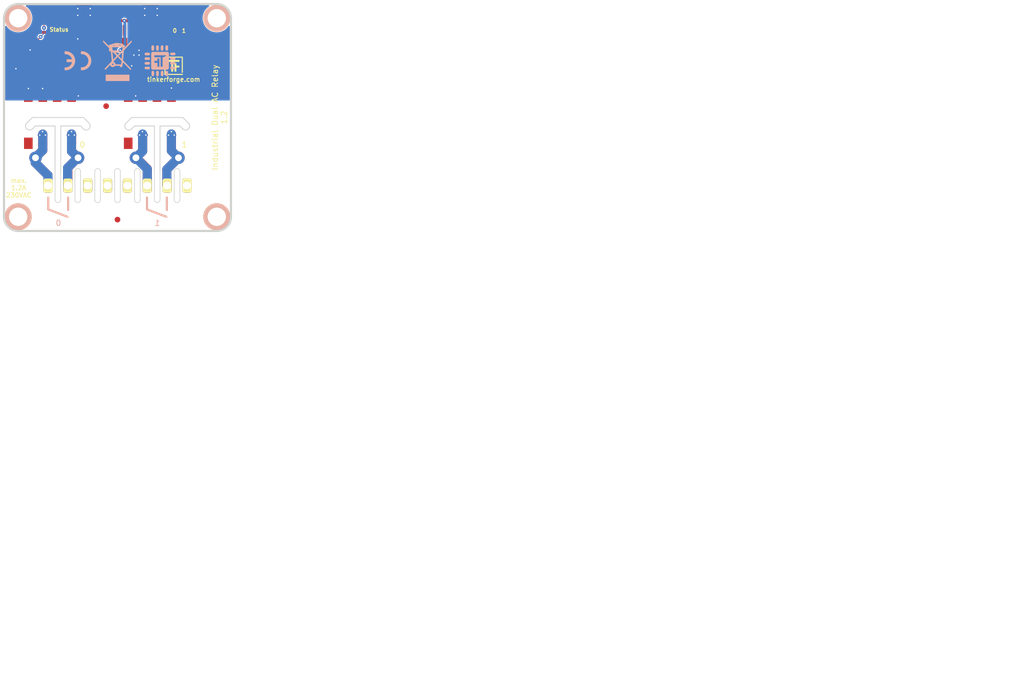
<source format=kicad_pcb>
(kicad_pcb (version 20211014) (generator pcbnew)
  (title_block (title "Industrial Dual AC Relay Bricklet") (date "2023-01-25") (rev "1.2") (company "Tinkerforge GmbH") (comment 1 "Licensed under CERN OHL v.1.1") (comment 2 "Copyright (©) 2023, T.Schneidmann <tim@tinkerforge.com>"))
  (layers (0 "F.Cu" signal "Front") (31 "B.Cu" signal "Back") (34 "B.Paste" user) (35 "F.Paste" user) (36 "B.SilkS" user "B.Silkscreen") (37 "F.SilkS" user "F.Silkscreen") (38 "B.Mask" user) (39 "F.Mask" user) (44 "Edge.Cuts" user))
  (net 0 "")
  (net 1 "3V3")
  (net 2 "GND")
  (net 3 "OUTPUT1")
  (net 4 "Net-(P1-Pad4)")
  (net 5 "Net-(P1-Pad5)")
  (net 6 "Net-(P1-Pad6)")
  (net 7 "Net-(P2-Pad2)")
  (net 8 "Net-(P2-Pad1)")
  (net 9 "Net-(P2-Pad6)")
  (net 10 "Net-(P2-Pad7)")
  (net 13 "Net-(C2-Pad1)")
  (net 14 "Net-(D1-Pad2)")
  (net 15 "Net-(P3-Pad1)")
  (net 16 "Net-(P4-Pad2)")
  (net 17 "Net-(R5-Pad1)")
  (net 18 "S-MISO")
  (net 19 "S-MOSI")
  (net 20 "S-CLK")
  (net 21 "S-CS")
  (net 22 "LED0")
  (net 23 "LED1")
  (net 24 "OUTPUT0")
  (net 25 "Net-(D2-Pad2)")
  (net 26 "Net-(D5-Pad2)")
  (net 48 "Net-(RP1-Pad1)")
  (net 49 "Net-(RP1-Pad4)")
  (footprint "kicad-libraries:DEBUG_PAD" (layer "F.Cu") (at 101 51)
    (fp_text reference "P3")
    (fp_text value "Debug")
    (pad "1" smd circle locked (at 0 0) (size 0.7 0.7) (layers "F.Cu" "F.Paste" "F.Mask") (net 15 "Net-(P3-Pad1)"))
  )
  (footprint "kicad-libraries:SolderJumper" (layer "F.Cu") (at 101 49.4)
    (fp_text reference "P4")
    (fp_text value "Boot")
    (pad "1" smd rect locked (at -0.5 0) (size 0.4 1.4) (layers "F.Cu" "F.Mask") (net 2 "GND"))
    (pad "1" smd rect locked (at -0.225 0.55) (size 0.95 0.3) (layers "F.Cu" "F.Mask") (net 2 "GND"))
    (pad "1" smd rect locked (at -0.225 -0.55) (size 0.95 0.3) (layers "F.Cu" "F.Mask") (net 2 "GND"))
    (pad "2" smd rect locked (at 0.55 0) (size 0.3 1.4) (layers "F.Cu" "F.Mask") (net 16 "Net-(P4-Pad2)"))
    (pad "2" smd rect locked (at 0.15 0) (size 0.6 0.5) (layers "F.Cu" "F.Mask") (net 16 "Net-(P4-Pad2)"))
  )
  (footprint "kicad-libraries:4X0402" (layer "F.Cu") (at 112.2 45.8 90)
    (fp_text reference "RP2")
    (fp_text value "82")
    (pad "1" smd rect locked (at -0.7493 0.575 270) (size 0.29972 0.65) (layers "F.Cu" "F.Paste" "F.Mask") (net 4 "Net-(P1-Pad4)"))
    (pad "2" smd rect locked (at -0.24892 0.575 270) (size 0.29972 0.65) (layers "F.Cu" "F.Paste" "F.Mask") (net 5 "Net-(P1-Pad5)"))
    (pad "3" smd rect locked (at 0.24892 0.575 270) (size 0.29972 0.65) (layers "F.Cu" "F.Paste" "F.Mask") (net 6 "Net-(P1-Pad6)"))
    (pad "4" smd rect locked (at 0.7493 0.575 270) (size 0.29972 0.65) (layers "F.Cu" "F.Paste" "F.Mask") (net 13 "Net-(C2-Pad1)"))
    (pad "5" smd rect locked (at 0.7493 -0.575 90) (size 0.29972 0.65) (layers "F.Cu" "F.Paste" "F.Mask") (net 18 "S-MISO"))
    (pad "6" smd rect locked (at 0.24892 -0.575 90) (size 0.29972 0.65) (layers "F.Cu" "F.Paste" "F.Mask") (net 19 "S-MOSI"))
    (pad "7" smd rect locked (at -0.24892 -0.575 90) (size 0.29972 0.65) (layers "F.Cu" "F.Paste" "F.Mask") (net 20 "S-CLK"))
    (pad "8" smd rect locked (at -0.7493 -0.575 90) (size 0.29972 0.65) (layers "F.Cu" "F.Paste" "F.Mask") (net 21 "S-CS"))
  )
  (footprint "kicad-libraries:C0603F" (layer "F.Cu") (at 120 46.2)
    (fp_text reference "C1")
    (fp_text value "1uF")
    (pad "1" smd rect locked (at -0.75 0) (size 0.9 0.9) (layers "F.Cu" "F.Paste" "F.Mask") (net 1 "3V3"))
    (pad "2" smd rect locked (at 0.75 0) (size 0.9 0.9) (layers "F.Cu" "F.Paste" "F.Mask") (net 2 "GND"))
  )
  (footprint "kicad-libraries:C0402F" (layer "F.Cu") (at 112.1 44.1 180)
    (fp_text reference "C2")
    (fp_text value "220pF")
    (pad "1" smd rect locked (at -0.5 0 180) (size 0.6 0.7) (layers "F.Cu" "F.Paste" "F.Mask") (net 13 "Net-(C2-Pad1)"))
    (pad "2" smd rect locked (at 0.5 0 180) (size 0.6 0.7) (layers "F.Cu" "F.Paste" "F.Mask") (net 2 "GND"))
  )
  (footprint "kicad-libraries:C0805" (layer "F.Cu") (at 120 44.6)
    (fp_text reference "C3")
    (fp_text value "10uF")
    (pad "1" smd rect locked (at -1.00076 0) (size 1.00076 1.24968) (layers "F.Cu" "F.Paste" "F.Mask") (net 1 "3V3") (clearance 0.14986))
    (pad "2" smd rect locked (at 1.00076 0) (size 1.00076 1.24968) (layers "F.Cu" "F.Paste" "F.Mask") (net 2 "GND") (clearance 0.14986))
  )
  (footprint "kicad-libraries:C0603F" (layer "F.Cu") (at 103.2 46.8 90)
    (fp_text reference "C4")
    (fp_text value "100nF")
    (pad "1" smd rect locked (at -0.75 0 90) (size 0.9 0.9) (layers "F.Cu" "F.Paste" "F.Mask") (net 1 "3V3"))
    (pad "2" smd rect locked (at 0.75 0 90) (size 0.9 0.9) (layers "F.Cu" "F.Paste" "F.Mask") (net 2 "GND"))
  )
  (footprint "kicad-libraries:D0603F" (layer "F.Cu") (at 108.2 40.5 -90)
    (fp_text reference "D1")
    (fp_text value "blue")
    (pad "1" smd rect locked (at -0.75 0 270) (size 0.9 0.9) (layers "F.Cu" "F.Paste" "F.Mask") (net 1 "3V3"))
    (pad "2" smd rect locked (at 0.75 0 270) (size 0.9 0.9) (layers "F.Cu" "F.Paste" "F.Mask") (net 14 "Net-(D1-Pad2)"))
  )
  (footprint "kicad-libraries:D0603F" (layer "F.Cu") (at 129.5 40.5 -90)
    (fp_text reference "D5")
    (fp_text value "blue")
    (pad "1" smd rect locked (at -0.75 0 270) (size 0.9 0.9) (layers "F.Cu" "F.Paste" "F.Mask") (net 1 "3V3"))
    (pad "2" smd rect locked (at 0.75 0 270) (size 0.9 0.9) (layers "F.Cu" "F.Paste" "F.Mask") (net 26 "Net-(D5-Pad2)"))
  )
  (footprint "kicad-libraries:CON-SENSOR2" (layer "F.Cu") (at 117.8 38 180)
    (fp_text reference "P1")
    (fp_text value "CON-SENSOR")
    (pad "1" smd rect locked (at -3.75 -4.6 180) (size 0.6 1.8) (layers "F.Cu" "F.Paste" "F.Mask"))
    (pad "2" smd rect locked (at -2.5 -4.6 180) (size 0.6 1.8) (layers "F.Cu" "F.Paste" "F.Mask") (net 2 "GND"))
    (pad "3" smd rect locked (at -1.25 -4.6 180) (size 0.6 1.8) (layers "F.Cu" "F.Paste" "F.Mask") (net 1 "3V3"))
    (pad "4" smd rect locked (at 0 -4.6 180) (size 0.6 1.8) (layers "F.Cu" "F.Paste" "F.Mask") (net 4 "Net-(P1-Pad4)"))
    (pad "5" smd rect locked (at 1.25 -4.6 180) (size 0.6 1.8) (layers "F.Cu" "F.Paste" "F.Mask") (net 5 "Net-(P1-Pad5)"))
    (pad "6" smd rect locked (at 2.5 -4.6 180) (size 0.6 1.8) (layers "F.Cu" "F.Paste" "F.Mask") (net 6 "Net-(P1-Pad6)"))
    (pad "7" smd rect locked (at 3.75 -4.6 180) (size 0.6 1.8) (layers "F.Cu" "F.Paste" "F.Mask") (net 13 "Net-(C2-Pad1)"))
    (pad "EP" smd rect locked (at -5.9 -1.2 180) (size 1.4 2.4) (layers "F.Cu" "F.Paste" "F.Mask") (net 2 "GND"))
    (pad "EP" smd rect locked (at 5.9 -1.2 180) (size 1.4 2.4) (layers "F.Cu" "F.Paste" "F.Mask") (net 2 "GND"))
  )
  (footprint "kicad-libraries:OQ_8P_230V" (layer "F.Cu") (at 117.8 70)
    (fp_text reference "P2")
    (fp_text value "Digital Output")
    (fp_line (start -6.5 -2.5) (end -6.5 2.5) (layer "Edge.Cuts") (width 0.12))
    (fp_line (start 11 -2.5) (end 11 2.5) (layer "Edge.Cuts") (width 0.12))
    (fp_line (start 10 -2.5) (end 10 2.5) (layer "Edge.Cuts") (width 0.12))
    (fp_line (start -3 -2.5) (end -3 2.5) (layer "Edge.Cuts") (width 0.12))
    (fp_line (start -4 -2.5) (end -4 2.5) (layer "Edge.Cuts") (width 0.12))
    (fp_line (start -11 -2.5) (end -11 2.5) (layer "Edge.Cuts") (width 0.12))
    (fp_line (start 0.5 -2.5) (end 0.5 2.5) (layer "Edge.Cuts") (width 0.12))
    (fp_line (start -7.5 -2.5) (end -7.5 2.5) (layer "Edge.Cuts") (width 0.12))
    (fp_line (start 4 -2.5) (end 4 2.5) (layer "Edge.Cuts") (width 0.12))
    (fp_line (start 6.5 -2.5) (end 6.5 2.5) (layer "Edge.Cuts") (width 0.12))
    (fp_line (start 3 -2.5) (end 3 2.5) (layer "Edge.Cuts") (width 0.12))
    (fp_line (start -0.5 -2.5) (end -0.5 2.5) (layer "Edge.Cuts") (width 0.12))
    (fp_line (start -10 -2.5) (end -10 2.5) (layer "Edge.Cuts") (width 0.12))
    (fp_line (start 7.5 -2.5) (end 7.5 2.5) (layer "Edge.Cuts") (width 0.12))
    (fp_arc (start -3 2.5) (mid -3.5 3) (end -4 2.5) (layer "Edge.Cuts") (width 0.12))
    (fp_arc (start 4 2.5) (mid 3.5 3) (end 3 2.5) (layer "Edge.Cuts") (width 0.12))
    (fp_arc (start -0.5 -2.5) (mid 0 -3) (end 0.5 -2.5) (layer "Edge.Cuts") (width 0.12))
    (fp_arc (start -7.5 -2.5) (mid -7 -3) (end -6.5 -2.5) (layer "Edge.Cuts") (width 0.12))
    (fp_arc (start 10 -2.5) (mid 10.5 -3) (end 11 -2.5) (layer "Edge.Cuts") (width 0.12))
    (fp_arc (start -4 -2.5) (mid -3.5 -3) (end -3 -2.5) (layer "Edge.Cuts") (width 0.12))
    (fp_arc (start -10 2.5) (mid -10.5 3) (end -11 2.5) (layer "Edge.Cuts") (width 0.12))
    (fp_arc (start 7.5 2.5) (mid 7 3) (end 6.5 2.5) (layer "Edge.Cuts") (width 0.12))
    (fp_arc (start 0.5 2.5) (mid 0 3) (end -0.5 2.5) (layer "Edge.Cuts") (width 0.12))
    (fp_arc (start 3 -2.5) (mid 3.5 -3) (end 4 -2.5) (layer "Edge.Cuts") (width 0.12))
    (fp_arc (start -6.5 2.5) (mid -7 3) (end -7.5 2.5) (layer "Edge.Cuts") (width 0.12))
    (fp_arc (start 11 2.5) (mid 10.5 3) (end 10 2.5) (layer "Edge.Cuts") (width 0.12))
    (pad "1" thru_hole roundrect (at -12.25042 0) (size 1.6 2.5) (drill 1.4) (layers *.Cu *.Mask "F.SilkS") (net 8 "Net-(P2-Pad1)"))
    (pad "2" thru_hole roundrect (at -8.7503 0) (size 1.6 2.5) (drill 1.4) (layers *.Cu *.Mask "F.SilkS") (net 7 "Net-(P2-Pad2)"))
    (pad "3" thru_hole roundrect (at -5.25018 0) (size 1.6 2.5) (drill 1.4) (layers *.Cu *.Mask "F.SilkS"))
    (pad "4" thru_hole roundrect (at -1.75006 0) (size 1.6 2.5) (drill 1.4) (layers *.Cu *.Mask "F.SilkS"))
    (pad "5" thru_hole roundrect (at 1.75006 0) (size 1.6 2.5) (drill 1.4) (layers *.Cu *.Mask "F.SilkS"))
    (pad "6" thru_hole roundrect (at 5.25018 0) (size 1.6 2.5) (drill 1.4) (layers *.Cu *.Mask "F.SilkS") (net 9 "Net-(P2-Pad6)"))
    (pad "7" thru_hole roundrect (at 8.7503 0) (size 1.6 2.5) (drill 1.4) (layers *.Cu *.Mask "F.SilkS") (net 10 "Net-(P2-Pad7)"))
    (pad "8" thru_hole roundrect (at 12.25042 0) (size 1.6 2.5) (drill 1.4) (layers *.Cu *.Mask "F.SilkS"))
  )
  (footprint "kicad-libraries:R0603F" (layer "F.Cu") (at 106.8 40.5 -90)
    (fp_text reference "R5")
    (fp_text value "1k")
    (pad "1" smd rect locked (at -0.75 0 270) (size 0.9 0.9) (layers "F.Cu" "F.Paste" "F.Mask") (net 17 "Net-(R5-Pad1)"))
    (pad "2" smd rect locked (at 0.75 0 270) (size 0.9 0.9) (layers "F.Cu" "F.Paste" "F.Mask") (net 14 "Net-(D1-Pad2)"))
  )
  (footprint "kicad-libraries:0603X4" (layer "F.Cu") (at 115.3 51 180)
    (fp_text reference "RP1")
    (fp_text value "150")
    (pad "1" smd rect locked (at 1.19888 -0.8509 180) (size 0.44958 0.89916) (layers "F.Cu" "F.Paste" "F.Mask") (net 48 "Net-(RP1-Pad1)"))
    (pad "2" smd rect locked (at 0.39878 -0.8509 180) (size 0.44958 0.89916) (layers "F.Cu" "F.Paste" "F.Mask"))
    (pad "3" smd rect locked (at -0.39878 -0.8509 180) (size 0.44958 0.89916) (layers "F.Cu" "F.Paste" "F.Mask"))
    (pad "4" smd rect locked (at -1.19888 -0.8509 180) (size 0.44958 0.89916) (layers "F.Cu" "F.Paste" "F.Mask") (net 49 "Net-(RP1-Pad4)"))
    (pad "5" smd rect locked (at -1.19888 0.8509 180) (size 0.44958 0.89916) (layers "F.Cu" "F.Paste" "F.Mask") (net 3 "OUTPUT1"))
    (pad "6" smd rect locked (at -0.39878 0.8509 180) (size 0.44958 0.89916) (layers "F.Cu" "F.Paste" "F.Mask"))
    (pad "7" smd rect locked (at 0.39878 0.8509 180) (size 0.44958 0.89916) (layers "F.Cu" "F.Paste" "F.Mask"))
    (pad "8" smd rect locked (at 1.19888 0.8509 180) (size 0.44958 0.89916) (layers "F.Cu" "F.Paste" "F.Mask") (net 24 "OUTPUT0"))
  )
  (footprint "kicad-libraries:0603X4" (layer "F.Cu") (at 128.7 45.1 180)
    (fp_text reference "RP3")
    (fp_text value "1k")
    (pad "1" smd rect locked (at 1.19888 -0.8509 180) (size 0.44958 0.89916) (layers "F.Cu" "F.Paste" "F.Mask") (net 22 "LED0"))
    (pad "2" smd rect locked (at 0.39878 -0.8509 180) (size 0.44958 0.89916) (layers "F.Cu" "F.Paste" "F.Mask"))
    (pad "3" smd rect locked (at -0.39878 -0.8509 180) (size 0.44958 0.89916) (layers "F.Cu" "F.Paste" "F.Mask"))
    (pad "4" smd rect locked (at -1.19888 -0.8509 180) (size 0.44958 0.89916) (layers "F.Cu" "F.Paste" "F.Mask") (net 23 "LED1"))
    (pad "5" smd rect locked (at -1.19888 0.8509 180) (size 0.44958 0.89916) (layers "F.Cu" "F.Paste" "F.Mask") (net 26 "Net-(D5-Pad2)"))
    (pad "6" smd rect locked (at -0.39878 0.8509 180) (size 0.44958 0.89916) (layers "F.Cu" "F.Paste" "F.Mask"))
    (pad "7" smd rect locked (at 0.39878 0.8509 180) (size 0.44958 0.89916) (layers "F.Cu" "F.Paste" "F.Mask"))
    (pad "8" smd rect locked (at 1.19888 0.8509 180) (size 0.44958 0.89916) (layers "F.Cu" "F.Paste" "F.Mask") (net 25 "Net-(D2-Pad2)"))
  )
  (footprint "kicad-libraries:DRILL_NP" (layer "F.Cu") (at 100.3 75.5)
    (fp_text reference "Ue1")
    (fp_text value "DRILL")
    (pad "" np_thru_hole circle (at 0 0) (size 3.2 3.2) (drill 3.2) (layers F&B.Cu *.Mask) (clearance 0.89))
  )
  (footprint "kicad-libraries:DRILL_NP" (layer "F.Cu") (at 100.3 40.5)
    (fp_text reference "U7")
    (fp_text value "DRILL")
    (pad "" np_thru_hole circle (at 0 0) (size 3.2 3.2) (drill 3.2) (layers F&B.Cu *.Mask) (clearance 0.89))
  )
  (footprint "kicad-libraries:DRILL_NP" (layer "F.Cu") (at 135.3 40.5 90)
    (fp_text reference "U8")
    (fp_text value "DRILL")
    (pad "" np_thru_hole circle (at 0 0 90) (size 3.2 3.2) (drill 3.2) (layers F&B.Cu *.Mask) (clearance 0.89))
  )
  (footprint "kicad-libraries:DRILL_NP" (layer "F.Cu") (at 135.3 75.5)
    (fp_text reference "U9")
    (fp_text value "DRILL")
    (pad "" np_thru_hole circle (at 0 0) (size 3.2 3.2) (drill 3.2) (layers F&B.Cu *.Mask) (clearance 0.89))
  )
  (footprint "kicad-libraries:VAR_10mm" (layer "F.Cu") (at 107.1 65.1 180)
    (fp_text reference "R4")
    (fp_text value "MOV-10D391KTR")
    (pad "1" thru_hole circle (at -3.75 0 180) (size 2.2 2.2) (drill 1.2) (layers *.Cu *.Mask) (net 7 "Net-(P2-Pad2)"))
    (pad "2" thru_hole circle (at 3.75 0 180) (size 2.2 2.2) (drill 1.2) (layers *.Cu *.Mask) (net 8 "Net-(P2-Pad1)"))
  )
  (footprint "kicad-libraries:0603X4" (layer "F.Cu") (at 120.3 51 180)
    (fp_text reference "RP4")
    (fp_text value "10k")
    (pad "1" smd rect locked (at 1.19888 -0.8509 180) (size 0.44958 0.89916) (layers "F.Cu" "F.Paste" "F.Mask") (net 24 "OUTPUT0"))
    (pad "2" smd rect locked (at 0.39878 -0.8509 180) (size 0.44958 0.89916) (layers "F.Cu" "F.Paste" "F.Mask"))
    (pad "3" smd rect locked (at -0.39878 -0.8509 180) (size 0.44958 0.89916) (layers "F.Cu" "F.Paste" "F.Mask"))
    (pad "4" smd rect locked (at -1.19888 -0.8509 180) (size 0.44958 0.89916) (layers "F.Cu" "F.Paste" "F.Mask") (net 3 "OUTPUT1"))
    (pad "5" smd rect locked (at -1.19888 0.8509 180) (size 0.44958 0.89916) (layers "F.Cu" "F.Paste" "F.Mask") (net 2 "GND"))
    (pad "6" smd rect locked (at -0.39878 0.8509 180) (size 0.44958 0.89916) (layers "F.Cu" "F.Paste" "F.Mask") (net 2 "GND"))
    (pad "7" smd rect locked (at 0.39878 0.8509 180) (size 0.44958 0.89916) (layers "F.Cu" "F.Paste" "F.Mask") (net 2 "GND"))
    (pad "8" smd rect locked (at 1.19888 0.8509 180) (size 0.44958 0.89916) (layers "F.Cu" "F.Paste" "F.Mask") (net 2 "GND"))
  )
  (footprint "kicad-libraries:AQ-H" (layer "F.Cu") (at 105.9 58.4 180)
    (fp_text reference "U5")
    (fp_text value "AQH3213AX")
    (pad "1" smd rect locked (at -3.81 4.15 180) (size 1.524 2) (layers "F.Cu" "F.Paste" "F.Mask") (net 2 "GND"))
    (pad "2" smd rect locked (at -1.27 4.15 180) (size 1.524 2) (layers "F.Cu" "F.Paste" "F.Mask") (net 48 "Net-(RP1-Pad1)"))
    (pad "3" smd rect locked (at 1.27 4.15 180) (size 1.524 2) (layers "F.Cu" "F.Paste" "F.Mask") (net 2 "GND"))
    (pad "4" smd rect locked (at 3.81 4.15 180) (size 1.524 2) (layers "F.Cu" "F.Paste" "F.Mask") (net 2 "GND"))
    (pad "5" smd rect locked (at 3.81 -4.15 180) (size 1.524 2) (layers "F.Cu" "F.Paste" "F.Mask"))
    (pad "6" smd rect locked (at 1.27 -4.15 180) (size 1.524 2) (layers "F.Cu" "F.Paste" "F.Mask") (net 8 "Net-(P2-Pad1)"))
    (pad "8" smd rect locked (at -3.81 -4.15 180) (size 1.524 2) (layers "F.Cu" "F.Paste" "F.Mask") (net 7 "Net-(P2-Pad2)"))
  )
  (footprint "kicad-libraries:D0603F" (layer "F.Cu") (at 127.9 40.5 -90)
    (fp_text reference "D2")
    (fp_text value "blue")
    (pad "1" smd rect locked (at -0.75 0 270) (size 0.9 0.9) (layers "F.Cu" "F.Paste" "F.Mask") (net 1 "3V3"))
    (pad "2" smd rect locked (at 0.75 0 270) (size 0.9 0.9) (layers "F.Cu" "F.Paste" "F.Mask") (net 25 "Net-(D2-Pad2)"))
  )
  (footprint "kicad-libraries:QFN24-4x4mm-0.5mm" (layer "F.Cu") (at 106.8 46.8 -90)
    (fp_text reference "U1")
    (fp_text value "XMC1100")
    (pad "1" smd oval locked (at -2.025 -1.25 270) (size 1 0.3) (layers "F.Cu" "F.Paste" "F.Mask") (net 18 "S-MISO"))
    (pad "2" smd oval locked (at -2.025 -0.75 270) (size 1 0.3) (layers "F.Cu" "F.Paste" "F.Mask"))
    (pad "3" smd oval locked (at -2.025 -0.25 270) (size 1 0.3) (layers "F.Cu" "F.Paste" "F.Mask"))
    (pad "4" smd oval locked (at -2.025 0.25 270) (size 1 0.3) (layers "F.Cu" "F.Paste" "F.Mask"))
    (pad "5" smd oval locked (at -2.025 0.75 270) (size 1 0.3) (layers "F.Cu" "F.Paste" "F.Mask"))
    (pad "6" smd oval locked (at -2.025 1.25 270) (size 1 0.3) (layers "F.Cu" "F.Paste" "F.Mask"))
    (pad "7" smd oval locked (at -1.25 2.025) (size 1 0.3) (layers "F.Cu" "F.Paste" "F.Mask") (net 17 "Net-(R5-Pad1)"))
    (pad "8" smd oval locked (at -0.75 2.025) (size 1 0.3) (layers "F.Cu" "F.Paste" "F.Mask"))
    (pad "9" smd oval locked (at -0.25 2.025) (size 1 0.3) (layers "F.Cu" "F.Paste" "F.Mask") (net 2 "GND"))
    (pad "10" smd oval locked (at 0.25 2.025) (size 1 0.3) (layers "F.Cu" "F.Paste" "F.Mask") (net 1 "3V3"))
    (pad "11" smd oval locked (at 0.75 2.025) (size 1 0.3) (layers "F.Cu" "F.Paste" "F.Mask") (net 16 "Net-(P4-Pad2)"))
    (pad "12" smd oval locked (at 1.25 2.025) (size 1 0.3) (layers "F.Cu" "F.Paste" "F.Mask") (net 15 "Net-(P3-Pad1)"))
    (pad "13" smd oval locked (at 2.025 1.25 270) (size 1 0.3) (layers "F.Cu" "F.Paste" "F.Mask") (net 24 "OUTPUT0"))
    (pad "14" smd oval locked (at 2.025 0.75 270) (size 1 0.3) (layers "F.Cu" "F.Paste" "F.Mask") (net 3 "OUTPUT1"))
    (pad "15" smd oval locked (at 2.025 0.25 270) (size 1 0.3) (layers "F.Cu" "F.Paste" "F.Mask"))
    (pad "16" smd oval locked (at 2.025 -0.25 270) (size 1 0.3) (layers "F.Cu" "F.Paste" "F.Mask"))
    (pad "17" smd oval locked (at 2.025 -0.75 270) (size 1 0.3) (layers "F.Cu" "F.Paste" "F.Mask"))
    (pad "18" smd oval locked (at 2.025 -1.25 270) (size 1 0.3) (layers "F.Cu" "F.Paste" "F.Mask"))
    (pad "19" smd oval locked (at 1.25 -2.025) (size 1 0.3) (layers "F.Cu" "F.Paste" "F.Mask"))
    (pad "20" smd oval locked (at 0.75 -2.025) (size 1 0.3) (layers "F.Cu" "F.Paste" "F.Mask") (net 23 "LED1"))
    (pad "21" smd oval locked (at 0.25 -2.025) (size 1 0.3) (layers "F.Cu" "F.Paste" "F.Mask") (net 22 "LED0"))
    (pad "22" smd oval locked (at -0.25 -2.025) (size 1 0.3) (layers "F.Cu" "F.Paste" "F.Mask") (net 21 "S-CS"))
    (pad "23" smd oval locked (at -0.75 -2.025) (size 1 0.3) (layers "F.Cu" "F.Paste" "F.Mask") (net 20 "S-CLK"))
    (pad "24" smd oval locked (at -1.25 -2.025) (size 1 0.3) (layers "F.Cu" "F.Paste" "F.Mask") (net 19 "S-MOSI"))
    (pad "EXP" smd rect locked (at -0.65 -0.65 270) (size 1.3 1.3) (layers "F.Cu" "F.Paste" "F.Mask") (net 2 "GND"))
    (pad "EXP" smd rect locked (at 0.65 -0.65 270) (size 1.3 1.3) (layers "F.Cu" "F.Paste" "F.Mask") (net 2 "GND"))
    (pad "EXP" smd rect locked (at -0.65 0.65 270) (size 1.3 1.3) (layers "F.Cu" "F.Paste" "F.Mask") (net 2 "GND"))
    (pad "EXP" smd rect locked (at 0.65 0.65 270) (size 1.3 1.3) (layers "F.Cu" "F.Paste" "F.Mask") (net 2 "GND"))
  )
  (footprint "kicad-libraries:VAR_10mm" (layer "F.Cu") (at 124.8 65.1 180)
    (fp_text reference "R1")
    (fp_text value "MOV-10D391KTR")
    (pad "1" thru_hole circle (at -3.75 0 180) (size 2.2 2.2) (drill 1.2) (layers *.Cu *.Mask) (net 10 "Net-(P2-Pad7)"))
    (pad "2" thru_hole circle (at 3.75 0 180) (size 2.2 2.2) (drill 1.2) (layers *.Cu *.Mask) (net 9 "Net-(P2-Pad6)"))
  )
  (footprint "kicad-libraries:AQ-H" (layer "F.Cu") (at 123.5 58.4 180)
    (fp_text reference "U2")
    (fp_text value "AQH3213AX")
    (pad "1" smd rect locked (at -3.81 4.15 180) (size 1.524 2) (layers "F.Cu" "F.Paste" "F.Mask") (net 2 "GND"))
    (pad "2" smd rect locked (at -1.27 4.15 180) (size 1.524 2) (layers "F.Cu" "F.Paste" "F.Mask") (net 49 "Net-(RP1-Pad4)"))
    (pad "3" smd rect locked (at 1.27 4.15 180) (size 1.524 2) (layers "F.Cu" "F.Paste" "F.Mask") (net 2 "GND"))
    (pad "4" smd rect locked (at 3.81 4.15 180) (size 1.524 2) (layers "F.Cu" "F.Paste" "F.Mask") (net 2 "GND"))
    (pad "5" smd rect locked (at 3.81 -4.15 180) (size 1.524 2) (layers "F.Cu" "F.Paste" "F.Mask"))
    (pad "6" smd rect locked (at 1.27 -4.15 180) (size 1.524 2) (layers "F.Cu" "F.Paste" "F.Mask") (net 9 "Net-(P2-Pad6)"))
    (pad "8" smd rect locked (at -3.81 -4.15 180) (size 1.524 2) (layers "F.Cu" "F.Paste" "F.Mask") (net 10 "Net-(P2-Pad7)"))
  )
  (footprint "kicad-libraries:Logo_31x31" (layer "F.Cu") (at 127.7 48.9)
    (fp_text reference "G***" hide)
    (fp_text value "LOGO" hide)
  )
  (footprint "kicad-libraries:Fiducial_Mark" (layer "F.Cu") (at 115.8 56)
    (fp_text reference "Fiducial_Mark" hide)
    (fp_text value "VAL**" hide)
    (pad "1" smd circle locked (at 0 0) (size 1.00076 1.00076) (layers "F.Cu" "F.Paste" "F.Mask") (clearance 0.65024))
  )
  (footprint "kicad-libraries:Fiducial_Mark" (layer "F.Cu") (at 117.8 76)
    (fp_text reference "Fiducial_Mark" hide)
    (fp_text value "VAL**" hide)
    (pad "1" smd circle locked (at 0 0) (size 1.00076 1.00076) (layers "F.Cu" "F.Paste" "F.Mask") (clearance 0.65024))
  )
  (footprint "kicad-libraries:Fiducial_Mark" (layer "F.Cu") (at 99.8 46)
    (fp_text reference "Fiducial_Mark" hide)
    (fp_text value "VAL**" hide)
    (pad "1" smd circle locked (at 0 0) (size 1.00076 1.00076) (layers "F.Cu" "F.Paste" "F.Mask") (clearance 0.65024))
  )
  (footprint "kicad-libraries:Fiducial_Mark" (layer "F.Cu") (at 131.8 54)
    (fp_text reference "Fiducial_Mark" hide)
    (fp_text value "VAL**" hide)
    (pad "1" smd circle locked (at 0 0) (size 1.00076 1.00076) (layers "F.Cu" "F.Paste" "F.Mask") (clearance 0.65024))
  )
  (footprint "kicad-libraries:WEEE_7mm" (layer "B.Cu") (at 117.8 48 180)
    (fp_text reference "VAL" hide)
    (fp_text value "WEEE_7mm" hide)
  )
  (footprint "kicad-libraries:CE_5mm" (layer "B.Cu") (at 110.8 48 180)
    (fp_text reference "VAL" hide)
    (fp_text value "CE_5mm" hide)
  )
  (footprint "kicad-libraries:Logo_CoMCU" (layer "B.Cu") (at 125.3 48 180)
    (fp_text reference "G***" hide)
    (fp_text value "LOGO" hide)
  )
  (gr_line (start 123 74.2) (end 126.4 75.5) (layer "B.SilkS") (width 0.381))
  (gr_line (start 123 72.1) (end 123 74.2) (layer "B.SilkS") (width 0.381))
  (gr_line (start 126.5 72.1) (end 126.5 74.3) (layer "B.SilkS") (width 0.381))
  (gr_line (start 109.1 72.1) (end 109.1 74.3) (layer "B.SilkS") (width 0.381))
  (gr_line (start 105.6 72.1) (end 105.6 74.2) (layer "B.SilkS") (width 0.381))
  (gr_line (start 105.6 74.2) (end 109 75.5) (layer "B.SilkS") (width 0.381))
  (gr_line (start 106.8 67.5) (end 106.8 59.5) (layer "Edge.Cuts") (width 0.15))
  (gr_line (start 103.3 59.5) (end 106.8 59.5) (layer "Edge.Cuts") (width 0.15))
  (gr_line (start 111.3 59.5) (end 111.8 60) (layer "Edge.Cuts") (width 0.15))
  (gr_line (start 129.3 58) (end 130.3 59) (layer "Edge.Cuts") (width 0.15))
  (gr_arc (start 135.3 38) (mid 137.067767 38.732233) (end 137.8 40.5) (layer "Edge.Cuts") (width 0.381))
  (gr_line (start 125.3 59.5) (end 128.8 59.5) (layer "Edge.Cuts") (width 0.15))
  (gr_line (start 103.3 58) (end 102.8 58) (layer "Edge.Cuts") (width 0.15))
  (gr_line (start 102.8 58) (end 101.8 59) (layer "Edge.Cuts") (width 0.15))
  (gr_line (start 103.3 59.5) (end 102.8 60) (layer "Edge.Cuts") (width 0.15))
  (gr_line (start 97.8 40.5) (end 97.8 75.5) (layer "Edge.Cuts") (width 0.381))
  (gr_arc (start 100.3 78) (mid 98.532233 77.267767) (end 97.8 75.5) (layer "Edge.Cuts") (width 0.381))
  (gr_line (start 107.8 59.5) (end 111.3 59.5) (layer "Edge.Cuts") (width 0.15))
  (gr_line (start 125.3 67.5) (end 125.3 59.5) (layer "Edge.Cuts") (width 0.15))
  (gr_arc (start 97.8 40.5) (mid 98.532233 38.732233) (end 100.3 38) (layer "Edge.Cuts") (width 0.381))
  (gr_line (start 100.3 78) (end 135.3 78) (layer "Edge.Cuts") (width 0.381))
  (gr_line (start 103.3 58) (end 111.3 58) (layer "Edge.Cuts") (width 0.15))
  (gr_line (start 111.3 58) (end 111.8 58) (layer "Edge.Cuts") (width 0.15))
  (gr_line (start 120.8 59.5) (end 124.3 59.5) (layer "Edge.Cuts") (width 0.15))
  (gr_line (start 124.3 67.5) (end 124.3 59.5) (layer "Edge.Cuts") (width 0.15))
  (gr_line (start 128.8 58) (end 129.3 58) (layer "Edge.Cuts") (width 0.15))
  (gr_line (start 111.8 58) (end 112.8 59) (layer "Edge.Cuts") (width 0.15))
  (gr_line (start 128.8 59.5) (end 129.3 60) (layer "Edge.Cuts") (width 0.15))
  (gr_line (start 120.8 58) (end 128.8 58) (layer "Edge.Cuts") (width 0.15))
  (gr_line (start 120.3 58) (end 119.3 59) (layer "Edge.Cuts") (width 0.15))
  (gr_arc (start 102.799999 59.999999) (mid 101.800001 59.999999) (end 101.800001 59.000001) (layer "Edge.Cuts") (width 0.15))
  (gr_line (start 107.8 67.5) (end 107.8 59.5) (layer "Edge.Cuts") (width 0.15))
  (gr_line (start 120.8 59.5) (end 120.3 60) (layer "Edge.Cuts") (width 0.15))
  (gr_arc (start 112.799999 59.000001) (mid 112.799999 59.999999) (end 111.800001 59.999999) (layer "Edge.Cuts") (width 0.15))
  (gr_arc (start 130.299999 59.000001) (mid 130.299999 59.999999) (end 129.300001 59.999999) (layer "Edge.Cuts") (width 0.15))
  (gr_line (start 135.3 38) (end 100.3 38) (layer "Edge.Cuts") (width 0.381))
  (gr_line (start 137.8 75.5) (end 137.8 40.5) (layer "Edge.Cuts") (width 0.381))
  (gr_arc (start 137.8 75.5) (mid 137.067767 77.267767) (end 135.3 78) (layer "Edge.Cuts") (width 0.381))
  (gr_arc (start 120.299999 59.999999) (mid 119.300001 59.999999) (end 119.300001 59.000001) (layer "Edge.Cuts") (width 0.15))
  (gr_line (start 120.8 58) (end 120.3 58) (layer "Edge.Cuts") (width 0.15))
  (gr_text "0" (at 107.4 76.6) (layer "B.SilkS") (effects (font (size 1.00076 1.00076) (thickness 0.14986))))
  (gr_text "1" (at 124.8 76.6) (layer "B.SilkS") (effects (font (size 1.00076 1.00076) (thickness 0.14986)) (justify mirror)))
  (gr_text "0" (at 111.6 62.8) (layer "F.SilkS") (effects (font (size 1.00076 1.00076) (thickness 0.14986))))
  (gr_text "0" (at 127.9 42.7) (layer "F.SilkS") (effects (font (size 0.70104 0.70104) (thickness 0.14986))))
  (gr_text "1" (at 129.6 62.8) (layer "F.SilkS") (effects (font (size 1.00076 1.00076) (thickness 0.14986))))
  (gr_text "Industrial Dual AC Relay\n1.2" (at 135.8 58 90) (layer "F.SilkS") (effects (font (size 1 1))))
  (gr_text "Status" (at 107.5 42.5) (layer "F.SilkS") (effects (font (size 0.70104 0.70104) (thickness 0.14986))))
  (gr_text "1" (at 129.5 42.7) (layer "F.SilkS") (effects (font (size 0.70104 0.70104) (thickness 0.14986))))
  (gr_text "max.\n1.2A\n230VAC\n" (at 100.4 70.4) (layer "F.SilkS") (effects (font (size 0.8 0.8))))
  (gr_text "tinkerforge.com" (at 127.7 51.3) (layer "F.SilkS") (effects (font (size 0.8001 0.8001) (thickness 0.14986))))
  (segment (start 119.05012 44.59912) (end 118.99924 44.65) (width 0.50038) (layer "F.Cu") (net 1))
  (segment (start 113.35 40.95) (end 111.3 43) (width 0.50038) (layer "F.Cu") (net 1))
  (segment (start 111.3 43) (end 109.7 43) (width 0.50038) (layer "F.Cu") (net 1))
  (segment (start 102.1 47.6) (end 101.6 47.1) (width 0.29972) (layer "F.Cu") (net 1))
  (segment (start 125.45 40.95) (end 119 40.95) (width 0.50038) (layer "F.Cu") (net 1))
  (segment (start 101.4 44.8) (end 101.4 46.9) (width 0.50038) (layer "F.Cu") (net 1))
  (segment (start 118.99924 44.65) (end 119.25 44.90076) (width 0.50038) (layer "F.Cu") (net 1))
  (segment (start 109.7 41.1) (end 109.7 43) (width 0.29972) (layer "F.Cu") (net 1))
  (segment (start 119.05012 42.5992) (end 119.05012 44.59912) (width 0.50038) (layer "F.Cu") (net 1))
  (segment (start 108.2 39.75) (end 108.95 39.75) (width 0.29972) (layer "F.Cu") (net 1))
  (segment (start 101.4 46.9) (end 102.1 47.6) (width 0.50038) (layer "F.Cu") (net 1))
  (segment (start 127.9 39.75) (end 126.65 39.75) (width 0.50038) (layer "F.Cu") (net 1))
  (segment (start 108.95 39.75) (end 109.7 40.5) (width 0.29972) (layer "F.Cu") (net 1))
  (segment (start 103.55 47.6) (end 102.1 47.6) (width 0.29972) (layer "F.Cu") (net 1))
  (segment (start 102.1 47.6) (end 103.2 47.6) (width 0.50038) (layer "F.Cu") (net 1))
  (segment (start 119.25 46.2) (end 119.2 46.15) (width 0.50038) (layer "F.Cu") (net 1))
  (segment (start 129.5 39.75) (end 127.9 39.75) (width 0.50038) (layer "F.Cu") (net 1))
  (segment (start 119.2 46.15) (end 118.3 46.15) (width 0.50038) (layer "F.Cu") (net 1))
  (segment (start 104.775 47.05) (end 104.1 47.05) (width 0.29972) (layer "F.Cu") (net 1))
  (segment (start 119.25 44.90076) (end 119.25 46.2) (width 0.50038) (layer "F.Cu") (net 1))
  (segment (start 109.7 43) (end 103.2 43) (width 0.50038) (layer "F.Cu") (net 1))
  (segment (start 119 40.95) (end 113.35 40.95) (width 0.50038) (layer "F.Cu") (net 1))
  (segment (start 103.2 43) (end 101.4 44.8) (width 0.50038) (layer "F.Cu") (net 1))
  (segment (start 109.7 40.5) (end 109.7 41.1) (width 0.29972) (layer "F.Cu") (net 1))
  (segment (start 126.65 39.75) (end 125.45 40.95) (width 0.50038) (layer "F.Cu") (net 1))
  (segment (start 104.1 47.05) (end 103.55 47.6) (width 0.29972) (layer "F.Cu") (net 1))
  (via (at 119 40.95) (size 0.70104) (drill 0.24892) (layers "F.Cu" "B.Cu") (net 1))
  (via (at 118.3 46.15) (size 0.70104) (drill 0.24892) (layers "F.Cu" "B.Cu") (net 1))
  (segment (start 119 40.95) (end 119.1 41.05) (width 0.50038) (layer "B.Cu") (net 1))
  (segment (start 119.1 41.05) (end 119.1 45.35) (width 0.50038) (layer "B.Cu") (net 1))
  (segment (start 119.1 45.35) (end 118.3 46.15) (width 0.50038) (layer "B.Cu") (net 1))
  (segment (start 120.30012 43.35012) (end 121.00076 44.05076) (width 0.50038) (layer "F.Cu") (net 2))
  (segment (start 121.00076 44.05076) (end 121.00076 44.65) (width 0.50038) (layer "F.Cu") (net 2))
  (segment (start 122.23 54.25) (end 121.05 54.25) (width 0.29972) (layer "F.Cu") (net 2))
  (segment (start 121 54.2) (end 119.74 54.2) (width 0.29972) (layer "F.Cu") (net 2))
  (segment (start 119.74 54.2) (end 119.69 54.25) (width 0.29972) (layer "F.Cu") (net 2))
  (segment (start 121.05 54.25) (end 121 54.2) (width 0.29972) (layer "F.Cu") (net 2))
  (segment (start 119.69 54.25) (end 122.23 54.25) (width 1.00076) (layer "F.Cu") (net 2))
  (segment (start 121.49888 49.39888) (end 121 48.9) (width 0.29972) (layer "F.Cu") (net 2))
  (segment (start 103.65 46.1) (end 103.3 46.1) (width 0.29972) (layer "F.Cu") (net 2))
  (segment (start 119.10112 50.1491) (end 119.10112 49.39888) (width 0.29972) (layer "F.Cu") (net 2))
  (segment (start 100.5 49.125) (end 100.5 49.4) (width 0.14986) (layer "F.Cu") (net 2))
  (segment (start 119.10112 49.39888) (end 119.6 48.9) (width 0.29972) (layer "F.Cu") (net 2))
  (segment (start 110.850001 54.25) (end 110.900001 54.2) (width 1.00076) (layer "F.Cu") (net 2))
  (segment (start 104.63 54.25) (end 104.63 52.93) (width 1.00076) (layer "F.Cu") (net 2))
  (segment (start 103.3 46.1) (end 102.4 46.1) (width 0.50038) (layer "F.Cu") (net 2))
  (segment (start 119.90122 49.29878) (end 120.3 48.9) (width 0.29972) (layer "F.Cu") (net 2))
  (segment (start 121.49888 50.1491) (end 121.49888 49.39888) (width 0.29972) (layer "F.Cu") (net 2))
  (segment (start 119.6 48.9) (end 120.3 48.9) (width 0.29972) (layer "F.Cu") (net 2))
  (segment (start 106.15 46.1) (end 107.45 46.1) (width 0.29972) (layer "F.Cu") (net 2))
  (segment (start 100.5 49.4) (end 100.5 49.7) (width 0.14986) (layer "F.Cu") (net 2))
  (segment (start 111.6 44.1) (end 111.55 44.15) (width 0.50038) (layer "F.Cu") (net 2))
  (segment (start 109.71 54.25) (end 110.850001 54.25) (width 1.00076) (layer "F.Cu") (net 2))
  (segment (start 111.55 44.15) (end 110.8 44.15) (width 0.50038) (layer "F.Cu") (net 2))
  (segment (start 121.00076 45.34924) (end 120.75 45.6) (width 0.50038) (layer "F.Cu") (net 2))
  (segment (start 127.31 52.81006) (end 127.31003 52.81003) (width 1.00076) (layer "F.Cu") (net 2))
  (segment (start 106.15 47.4) (end 107.45 47.4) (width 0.29972) (layer "F.Cu") (net 2))
  (segment (start 104.1 46.55) (end 103.65 46.1) (width 0.29972) (layer "F.Cu") (net 2))
  (segment (start 120.69878 50.1491) (end 120.69878 49.29878) (width 0.29972) (layer "F.Cu") (net 2))
  (segment (start 106.15 46.1) (end 106.15 47.4) (width 0.29972) (layer "F.Cu") (net 2))
  (segment (start 105.7 46.55) (end 104.1 46.55) (width 0.29972) (layer "F.Cu") (net 2))
  (segment (start 120.75 45.6) (end 120.75 46.2) (width 0.50038) (layer "F.Cu") (net 2))
  (segment (start 100.5 49.4) (end 99.9 49.4) (width 0.14986) (layer "F.Cu") (net 2))
  (segment (start 100.775 49.95) (end 100.5 49.675) (width 0.14986) (layer "F.Cu") (net 2))
  (segment (start 121.00076 44.65) (end 121.00076 45.34924) (width 0.50038) (layer "F.Cu") (net 2))
  (segment (start 102.09 52.91) (end 102.1 52.9) (width 1.00076) (layer "F.Cu") (net 2))
  (segment (start 104.63 52.93) (end 104.6 52.9) (width 1.00076) (layer "F.Cu") (net 2))
  (segment (start 127.31 54.25) (end 127.31 52.81006) (width 1.00076) (layer "F.Cu") (net 2))
  (segment (start 106.15 46.1) (end 105.7 46.55) (width 0.29972) (layer "F.Cu") (net 2))
  (segment (start 119.90122 50.1491) (end 119.90122 49.29878) (width 0.29972) (layer "F.Cu") (net 2))
  (segment (start 100.775 48.85) (end 100.5 49.125) (width 0.14986) (layer "F.Cu") (net 2))
  (segment (start 120.30012 42.5992) (end 120.30012 43.35012) (width 0.50038) (layer "F.Cu") (net 2))
  (segment (start 100.5 49.675) (end 100.5 49.4) (width 0.14986) (layer "F.Cu") (net 2))
  (segment (start 121 48.9) (end 120.3 48.9) (width 0.29972) (layer "F.Cu") (net 2))
  (segment (start 102.09 54.25) (end 102.09 52.91) (width 1.00076) (layer "F.Cu") (net 2))
  (segment (start 120.69878 49.29878) (end 120.3 48.9) (width 0.29972) (layer "F.Cu") (net 2))
  (via (at 121 54.2) (size 0.70104) (drill 0.24892) (layers "F.Cu" "B.Cu") (net 2))
  (via (at 127.31003 52.81003) (size 0.70104) (drill 0.24892) (layers "F.Cu" "B.Cu") (net 2))
  (via (at 122.6 40) (size 0.70104) (drill 0.24892) (layers "F.Cu" "B.Cu") (net 2))
  (via (at 124.8 38.8) (size 0.70104) (drill 0.24892) (layers "F.Cu" "B.Cu") (net 2))
  (via (at 122.6 38.8) (size 0.70104) (drill 0.24892) (layers "F.Cu" "B.Cu") (net 2))
  (via (at 124.8 40) (size 0.70104) (drill 0.24892) (layers "F.Cu" "B.Cu") (net 2))
  (via (at 99.9 49.4) (size 0.70104) (drill 0.24892) (layers "F.Cu" "B.Cu") (net 2))
  (via (at 110.8 40) (size 0.70104) (drill 0.24892) (layers "F.Cu" "B.Cu") (net 2))
  (via (at 110.8 38.8) (size 0.70104) (drill 0.24892) (layers "F.Cu" "B.Cu") (net 2))
  (via (at 120.7 47) (size 0.70104) (drill 0.24892) (layers "F.Cu" "B.Cu") (net 2))
  (via (at 121.6 47) (size 0.70104) (drill 0.24892) (layers "F.Cu" "B.Cu") (net 2))
  (via (at 110.900001 54.2) (size 0.70104) (drill 0.24892) (layers "F.Cu" "B.Cu") (net 2))
  (via (at 113 38.8) (size 0.70104) (drill 0.24892) (layers "F.Cu" "B.Cu") (net 2))
  (via (at 102.1 52.9) (size 0.70104) (drill 0.24892) (layers "F.Cu" "B.Cu") (net 2))
  (via (at 104.6 52.9) (size 0.70104) (drill 0.24892) (layers "F.Cu" "B.Cu") (net 2))
  (via (at 113 40) (size 0.70104) (drill 0.24892) (layers "F.Cu" "B.Cu") (net 2))
  (via (at 121.6 46.15) (size 0.70104) (drill 0.24892) (layers "F.Cu" "B.Cu") (net 2))
  (via (at 102.4 46.1) (size 0.70104) (drill 0.24892) (layers "F.Cu" "B.Cu") (net 2))
  (via (at 110.8 44.15) (size 0.70104) (drill 0.24892) (layers "F.Cu" "B.Cu") (net 2))
  (via (at 120.3 48.9) (size 0.70104) (drill 0.24892) (layers "F.Cu" "B.Cu") (net 2))
  (segment (start 108.6 50.1) (end 109.9 48.8) (width 0.29972) (layer "F.Cu") (net 3))
  (segment (start 109.9 48.8) (end 115.8 48.8) (width 0.29972) (layer "F.Cu") (net 3))
  (segment (start 106.05 49.5) (end 106.65 50.1) (width 0.29972) (layer "F.Cu") (net 3))
  (segment (start 121.49888 51.8509) (end 121.49888 51.25146) (width 0.14986) (layer "F.Cu") (net 3))
  (segment (start 106.65 50.1) (end 108.6 50.1) (width 0.29972) (layer "F.Cu") (net 3))
  (segment (start 116.49888 49.49888) (end 116.49888 50.1491) (width 0.29972) (layer "F.Cu") (net 3))
  (segment (start 117.4491 50.1491) (end 116.49888 50.1491) (width 0.14986) (layer "F.Cu") (net 3))
  (segment (start 115.8 48.8) (end 116.49888 49.49888) (width 0.29972) (layer "F.Cu") (net 3))
  (segment (start 121.24742 51) (end 118.3 51) (width 0.14986) (layer "F.Cu") (net 3))
  (segment (start 106.05 48.825) (end 106.05 49.5) (width 0.29972) (layer "F.Cu") (net 3))
  (segment (start 118.3 51) (end 117.4491 50.1491) (width 0.14986) (layer "F.Cu") (net 3))
  (segment (start 121.49888 51.25146) (end 121.24742 51) (width 0.14986) (layer "F.Cu") (net 3))
  (segment (start 117.80012 44.04988) (end 115.3007 46.5493) (width 0.14986) (layer "F.Cu") (net 4))
  (segment (start 117.80012 42.5992) (end 117.80012 44.04988) (width 0.14986) (layer "F.Cu") (net 4))
  (segment (start 115.3007 46.5493) (end 112.775 46.5493) (width 0.14986) (layer "F.Cu") (net 4))
  (segment (start 114.80108 46.04892) (end 116.55012 44.29988) (width 0.14986) (layer "F.Cu") (net 5))
  (segment (start 116.55012 44.29988) (end 116.55012 42.5992) (width 0.14986) (layer "F.Cu") (net 5))
  (segment (start 112.775 46.04892) (end 114.80108 46.04892) (width 0.14986) (layer "F.Cu") (net 5))
  (segment (start 112.825 45.55108) (end 114.19892 45.55108) (width 0.14986) (layer "F.Cu") (net 6))
  (segment (start 115.30012 44.44988) (end 115.30012 42.5992) (width 0.14986) (layer "F.Cu") (net 6))
  (segment (start 114.19892 45.55108) (end 115.30012 44.44988) (width 0.14986) (layer "F.Cu") (net 6))
  (segment (start 109.7 62.56) (end 109.7 63.95) (width 1.6) (layer "F.Cu") (net 7))
  (segment (start 109.71 62.55) (end 109.71 60.91) (width 1.6) (layer "F.Cu") (net 7))
  (segment (start 110.8 65.1) (end 109.04982 66.85018) (width 1.6) (layer "F.Cu") (net 7))
  (segment (start 109.71 62.55) (end 109.7 62.56) (width 1.6) (layer "F.Cu") (net 7))
  (segment (start 110.85 65.1) (end 110.8 65.1) (width 1.6) (layer "F.Cu") (net 7))
  (segment (start 109.04982 66.85018) (end 109.04982 70.00066) (width 1.6) (layer "F.Cu") (net 7))
  (segment (start 109.7 63.95) (end 110.85 65.1) (width 1.6) (layer "F.Cu") (net 7))
  (via (at 109.7 60.5) (size 0.70104) (drill 0.24892) (layers "F.Cu" "B.Cu") (net 7))
  (via (at 109.2 61.1) (size 0.70104) (drill 0.24892) (layers "F.Cu" "B.Cu") (net 7))
  (via (at 110.2 61.1) (size 0.70104) (drill 0.24892) (layers "F.Cu" "B.Cu") (net 7))
  (segment (start 110.8 65.1) (end 110.85 65.1) (width 1.6) (layer "B.Cu") (net 7))
  (segment (start 110.85 65.1) (end 109.7 63.95) (width 1.6) (layer "B.Cu") (net 7))
  (segment (start 109.7 63.95) (end 109.7 60.9) (width 1.6) (layer "B.Cu") (net 7))
  (segment (start 109 66.9) (end 110.8 65.1) (width 1.6) (layer "B.Cu") (net 7))
  (segment (start 109 69.95084) (end 109 66.9) (width 1.6) (layer "B.Cu") (net 7))
  (segment (start 104.63 62.55) (end 104.63 60.93) (width 1.6) (layer "F.Cu") (net 8))
  (segment (start 103.3 65.95) (end 105.55 68.2) (width 1.6) (layer "F.Cu") (net 8))
  (segment (start 103.3 65.1) (end 103.3 65.95) (width 1.6) (layer "F.Cu") (net 8))
  (segment (start 104.63 63.77) (end 103.3 65.1) (width 1.6) (layer "F.Cu") (net 8))
  (segment (start 104.63 62.55) (end 104.63 63.77) (width 1.6) (layer "F.Cu") (net 8))
  (segment (start 105.55 68.2) (end 105.55 70.00036) (width 1.6) (layer "F.Cu") (net 8))
  (via (at 104.6 60.5) (size 0.70104) (drill 0.24892) (layers "F.Cu" "B.Cu") (net 8))
  (via (at 105.1 61.1) (size 0.70104) (drill 0.24892) (layers "F.Cu" "B.Cu") (net 8))
  (via (at 104.1 61.1) (size 0.70104) (drill 0.24892) (layers "F.Cu" "B.Cu") (net 8))
  (segment (start 105.55 70.00036) (end 105.55 68.2) (width 1.6) (layer "B.Cu") (net 8))
  (segment (start 105.55 68.2) (end 103.3 65.95) (width 1.6) (layer "B.Cu") (net 8))
  (segment (start 103.3 65.1) (end 104.63 63.77) (width 1.6) (layer "B.Cu") (net 8))
  (segment (start 104.63 63.77) (end 104.63 60.93) (width 1.6) (layer "B.Cu") (net 8))
  (segment (start 103.3 65.95) (end 103.3 65.1) (width 1.6) (layer "B.Cu") (net 8))
  (segment (start 123.0503 70.00066) (end 123.0503 67.0503) (width 1.6) (layer "F.Cu") (net 9))
  (segment (start 122.23 62.55) (end 122.23 60.93) (width 1.6) (layer "F.Cu") (net 9))
  (segment (start 121.1 65.1) (end 121.05 65.1) (width 1.6) (layer "F.Cu") (net 9))
  (segment (start 121.05 65.1) (end 122.23 63.92) (width 1.6) (layer "F.Cu") (net 9))
  (segment (start 123.0503 67.0503) (end 121.1 65.1) (width 1.6) (layer "F.Cu") (net 9))
  (segment (start 122.23 63.92) (end 122.23 62.55) (width 1.6) (layer "F.Cu") (net 9))
  (via (at 122.2 60.5) (size 0.70104) (drill 0.24892) (layers "F.Cu" "B.Cu") (net 9))
  (via (at 121.7 61.1) (size 0.70104) (drill 0.24892) (layers "F.Cu" "B.Cu") (net 9))
  (via (at 122.8 61.1) (size 0.70104) (drill 0.24892) (layers "F.Cu" "B.Cu") (net 9))
  (segment (start 121.05 65.1) (end 123.0503 67.1003) (width 1.6) (layer "B.Cu") (net 9))
  (segment (start 123.0503 67.1003) (end 123.0503 70.00066) (width 1.6) (layer "B.Cu") (net 9))
  (segment (start 121.05 65.1) (end 122.23 63.92) (width 1.6) (layer "B.Cu") (net 9))
  (segment (start 122.23 63.92) (end 122.23 60.9) (width 1.6) (layer "B.Cu") (net 9))
  (segment (start 127.31 63.86) (end 127.31 62.55) (width 1.6) (layer "F.Cu") (net 10))
  (segment (start 128.55 65.1) (end 127.31 63.86) (width 1.6) (layer "F.Cu") (net 10))
  (segment (start 127.31 62.55) (end 127.31 60.91) (width 1.6) (layer "F.Cu") (net 10))
  (segment (start 126.55042 70.00066) (end 126.5 69.95024) (width 1.6) (layer "F.Cu") (net 10))
  (segment (start 126.5 67.15) (end 128.55 65.1) (width 1.6) (layer "F.Cu") (net 10))
  (segment (start 126.5 69.95024) (end 126.5 67.15) (width 1.6) (layer "F.Cu") (net 10))
  (via (at 127.8 61.1) (size 0.70104) (drill 0.24892) (layers "F.Cu" "B.Cu") (net 10))
  (via (at 127.3 60.5) (size 0.70104) (drill 0.24892) (layers "F.Cu" "B.Cu") (net 10))
  (via (at 126.8 61.1) (size 0.70104) (drill 0.24892) (layers "F.Cu" "B.Cu") (net 10))
  (segment (start 127.3 63.85) (end 127.3 60.9) (width 1.6) (layer "B.Cu") (net 10))
  (segment (start 128.55 65.1) (end 126.5 67.15) (width 1.6) (layer "B.Cu") (net 10))
  (segment (start 128.55 65.1) (end 127.3 63.85) (width 1.6) (layer "B.Cu") (net 10))
  (segment (start 126.5 67.15) (end 126.5 69.95024) (width 1.6) (layer "B.Cu") (net 10))
  (segment (start 112.775 44.275) (end 112.6 44.1) (width 0.14986) (layer "F.Cu") (net 13))
  (segment (start 112.775 45.1007) (end 112.775 44.275) (width 0.14986) (layer "F.Cu") (net 13))
  (segment (start 114.05012 43.69988) (end 114.05012 42.5992) (width 0.14986) (layer "F.Cu") (net 13))
  (segment (start 112.6 44.1) (end 113.65 44.1) (width 0.14986) (layer "F.Cu") (net 13))
  (segment (start 113.65 44.1) (end 114.05012 43.69988) (width 0.14986) (layer "F.Cu") (net 13))
  (segment (start 106.8 41.2) (end 108.2 41.2) (width 0.29972) (layer "F.Cu") (net 14))
  (segment (start 102.07486 51) (end 101 51) (width 0.14986) (layer "F.Cu") (net 15))
  (segment (start 104.775 48.29986) (end 102.07486 51) (width 0.14986) (layer "F.Cu") (net 15))
  (segment (start 104.775 48.05) (end 104.775 48.29986) (width 0.14986) (layer "F.Cu") (net 15))
  (segment (start 101.55 49.4) (end 101.15 49.4) (width 0.14986) (layer "F.Cu") (net 16))
  (segment (start 101.55 49.4) (end 102.875 49.4) (width 0.14986) (layer "F.Cu") (net 16))
  (segment (start 104.15 47.55) (end 104.725 47.55) (width 0.14986) (layer "F.Cu") (net 16))
  (segment (start 104 47.7) (end 104.15 47.55) (width 0.14986) (layer "F.Cu") (net 16))
  (segment (start 102.875 49.4) (end 104 48.275) (width 0.14986) (layer "F.Cu") (net 16))
  (segment (start 104 48.275) (end 104 47.7) (width 0.14986) (layer "F.Cu") (net 16))
  (segment (start 104.725 47.55) (end 104.775 47.5) (width 0.14986) (layer "F.Cu") (net 16))
  (segment (start 103.9 44.15) (end 104.25 43.8) (width 0.14986) (layer "F.Cu") (net 17))
  (segment (start 104.85 41.05) (end 106.15 39.75) (width 0.14986) (layer "F.Cu") (net 17))
  (segment (start 104.85 42.2) (end 104.85 41.05) (width 0.14986) (layer "F.Cu") (net 17))
  (segment (start 104.725 45.55) (end 104.35 45.55) (width 0.14986) (layer "F.Cu") (net 17))
  (segment (start 103.9 45.1) (end 103.9 44.15) (width 0.14986) (layer "F.Cu") (net 17))
  (segment (start 104.35 45.55) (end 103.9 45.1) (width 0.14986) (layer "F.Cu") (net 17))
  (segment (start 106.15 39.75) (end 106.8 39.75) (width 0.14986) (layer "F.Cu") (net 17))
  (via (at 104.85 42.2) (size 0.70104) (drill 0.24892) (layers "F.Cu" "B.Cu") (net 17))
  (via (at 104.25 43.8) (size 0.70104) (drill 0.24892) (layers "F.Cu" "B.Cu") (net 17))
  (segment (start 104.25 43.8) (end 104.85 43.2) (width 0.14986) (layer "B.Cu") (net 17))
  (segment (start 104.85 43.2) (end 104.85 42.2) (width 0.14986) (layer "B.Cu") (net 17))
  (segment (start 109.9007 45.0507) (end 111.625 45.0507) (width 0.14986) (layer "F.Cu") (net 18))
  (segment (start 108.05 44.775) (end 109.625 44.775) (width 0.14986) (layer "F.Cu") (net 18))
  (segment (start 109.625 44.775) (end 109.9007 45.0507) (width 0.14986) (layer "F.Cu") (net 18))
  (segment (start 108.825 45.55) (end 111.62392 45.55) (width 0.14986) (layer "F.Cu") (net 19))
  (segment (start 111.62392 45.55) (end 111.625 45.55108) (width 0.14986) (layer "F.Cu") (net 19))
  (segment (start 108.82608 46.04892) (end 111.625 46.04892) (width 0.14986) (layer "F.Cu") (net 20))
  (segment (start 108.825 46.05) (end 108.82608 46.04892) (width 0.14986) (layer "F.Cu") (net 20))
  (segment (start 108.8257 46.5493) (end 111.625 46.5493) (width 0.14986) (layer "F.Cu") (net 21))
  (segment (start 108.825 46.55) (end 108.8257 46.5493) (width 0.14986) (layer "F.Cu") (net 21))
  (segment (start 110.3 47.05) (end 111.05112 47.80112) (width 0.14986) (layer "F.Cu") (net 22))
  (segment (start 108.875 47.05) (end 110.3 47.05) (width 0.14986) (layer "F.Cu") (net 22))
  (segment (start 126.89888 47.80112) (end 127.50112 47.19888) (width 0.14986) (layer "F.Cu") (net 22))
  (segment (start 127.50112 47.19888) (end 127.50112 45.9509) (width 0.14986) (layer "F.Cu") (net 22))
  (segment (start 111.05112 47.80112) (end 126.89888 47.80112) (width 0.14986) (layer "F.Cu") (net 22))
  (segment (start 129.89888 47.40112) (end 129.89888 45.9509) (width 0.14986) (layer "F.Cu") (net 23))
  (segment (start 108.825 47.55) (end 110.1 47.55) (width 0.14986) (layer "F.Cu") (net 23))
  (segment (start 129 48.3) (end 129.89888 47.40112) (width 0.14986) (layer "F.Cu") (net 23))
  (segment (start 110.85 48.3) (end 129 48.3) (width 0.14986) (layer "F.Cu") (net 23))
  (segment (start 110.1 47.55) (end 110.85 48.3) (width 0.14986) (layer "F.Cu") (net 23))
  (segment (start 110.3 49.4) (end 113.9 49.4) (width 0.29972) (layer "F.Cu") (net 24))
  (segment (start 114.4 51) (end 114.10112 50.70112) (width 0.14986) (layer "F.Cu") (net 24))
  (segment (start 105.55 49.95) (end 106.4 50.8) (width 0.29972) (layer "F.Cu") (net 24))
  (segment (start 114.10112 49.60112) (end 114.10112 50.1491) (width 0.29972) (layer "F.Cu") (net 24))
  (segment (start 114.10112 50.70112) (end 114.10112 50.1491) (width 0.14986) (layer "F.Cu") (net 24))
  (segment (start 119.10112 51.8509) (end 118.0509 51.8509) (width 0.14986) (layer "F.Cu") (net 24))
  (segment (start 105.55 48.825) (end 105.55 49.95) (width 0.29972) (layer "F.Cu") (net 24))
  (segment (start 108.9 50.8) (end 110.3 49.4) (width 0.29972) (layer "F.Cu") (net 24))
  (segment (start 106.4 50.8) (end 108.9 50.8) (width 0.29972) (layer "F.Cu") (net 24))
  (segment (start 118.0509 51.8509) (end 117.2 51) (width 0.14986) (layer "F.Cu") (net 24))
  (segment (start 117.2 51) (end 114.4 51) (width 0.14986) (layer "F.Cu") (net 24))
  (segment (start 113.9 49.4) (end 114.10112 49.60112) (width 0.29972) (layer "F.Cu") (net 24))
  (segment (start 127.50112 44.2491) (end 127.50112 42.89888) (width 0.14986) (layer "F.Cu") (net 25))
  (segment (start 127.9 42.5) (end 127.9 41.25) (width 0.14986) (layer "F.Cu") (net 25))
  (segment (start 127.50112 42.89888) (end 127.9 42.5) (width 0.14986) (layer "F.Cu") (net 25))
  (segment (start 129.89888 44.2491) (end 129.89888 42.9) (width 0.14986) (layer "F.Cu") (net 26))
  (segment (start 129.5 42.50112) (end 129.5 41.25) (width 0.14986) (layer "F.Cu") (net 26))
  (segment (start 129.89888 42.9) (end 129.5 42.50112) (width 0.14986) (layer "F.Cu") (net 26))
  (segment (start 107.5 52.7) (end 107.17 53.03) (width 0.29972) (layer "F.Cu") (net 48))
  (segment (start 107.17 53.03) (end 107.17 54.25) (width 0.29972) (layer "F.Cu") (net 48))
  (segment (start 114.10112 52.49888) (end 113.9 52.7) (width 0.29972) (layer "F.Cu") (net 48))
  (segment (start 113.9 52.7) (end 107.5 52.7) (width 0.29972) (layer "F.Cu") (net 48))
  (segment (start 114.10112 51.8509) (end 114.10112 52.49888) (width 0.29972) (layer "F.Cu") (net 48))
  (segment (start 116.49888 51.8509) (end 116.49888 52.49888) (width 0.29972) (layer "F.Cu") (net 49))
  (segment (start 116.7 52.7) (end 124.4 52.7) (width 0.29972) (layer "F.Cu") (net 49))
  (segment (start 116.49888 52.49888) (end 116.7 52.7) (width 0.29972) (layer "F.Cu") (net 49))
  (segment (start 124.77 53.07) (end 124.77 54.25) (width 0.29972) (layer "F.Cu") (net 49))
  (segment (start 124.4 52.7) (end 124.77 53.07) (width 0.29972) (layer "F.Cu") (net 49))
  (zone (net 2) (net_name "GND") (layer "F.Cu") (connect_pads yes (clearance 0.2)) (min_thickness 0.254) (fill yes (thermal_gap 0.5) (thermal_bridge_width 0.5))
    (polygon (pts (xy 125.2 40.4) (xy 122.2 40.4) (xy 122.2 38) (xy 125.2 38)))
  )
  (zone (net 2) (net_name "GND") (layer "F.Cu") (connect_pads yes (clearance 0.2)) (min_thickness 0.254) (fill yes (thermal_gap 0.5) (thermal_bridge_width 0.5))
    (polygon (pts (xy 113.4 40.4) (xy 110.4 40.4) (xy 110.4 38) (xy 113.4 38)))
  )
  (zone (net 2) (net_name "GND") (layer "F.Cu") (connect_pads yes (clearance 0.2)) (min_thickness 0.254) (fill yes (thermal_gap 0.508) (thermal_bridge_width 0.508))
    (polygon (pts (xy 122 47.4) (xy 120.3 47.4) (xy 120.3 45.7) (xy 122 45.7)))
  )
  (zone (net 2) (net_name "GND") (layer "B.Cu") (connect_pads (clearance 0.2)) (min_thickness 0.254) (fill yes (thermal_gap 0.5) (thermal_bridge_width 0.5))
    (polygon (pts (xy 137.7998 55.0008) (xy 137.79992 38) (xy 97.8 38) (xy 97.79988 55.0008)))
  )
)
</source>
